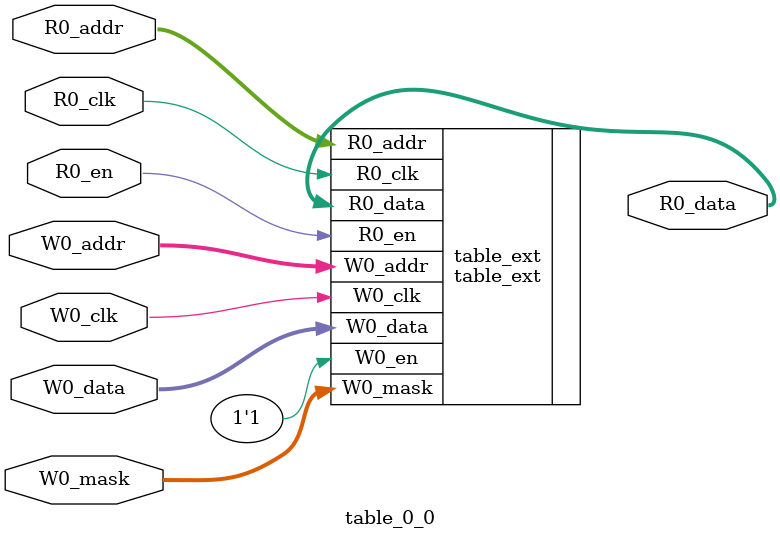
<source format=sv>
module table_0_0(	// @[generators/boom/src/main/scala/v3/ifu/bpd/tage.scala:91:27]
  input  [6:0]  R0_addr,
  input         R0_en,
  input         R0_clk,
  output [43:0] R0_data,
  input  [6:0]  W0_addr,
  input         W0_clk,
  input  [43:0] W0_data,
  input  [3:0]  W0_mask
);

  table_ext table_ext (	// @[generators/boom/src/main/scala/v3/ifu/bpd/tage.scala:91:27]
    .R0_addr (R0_addr),
    .R0_en   (R0_en),
    .R0_clk  (R0_clk),
    .R0_data (R0_data),
    .W0_addr (W0_addr),
    .W0_en   (1'h1),	// @[generators/boom/src/main/scala/v3/ifu/bpd/tage.scala:91:27]
    .W0_clk  (W0_clk),
    .W0_data (W0_data),
    .W0_mask (W0_mask)
  );	// @[generators/boom/src/main/scala/v3/ifu/bpd/tage.scala:91:27]
endmodule


</source>
